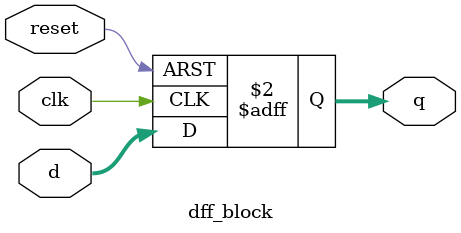
<source format=v>
module dff_block (
	input clk, reset,
	input [3:0] d,
	output reg [3:0] q
);

	// assign qb = ~q;

	always @(posedge clk or posedge reset) begin
		if (reset)
			q <= 0;
		else
			q <= d;
	end

endmodule

</source>
